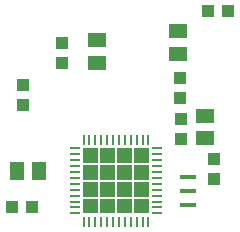
<source format=gbr>
G04 EAGLE Gerber RS-274X export*
G75*
%MOMM*%
%FSLAX34Y34*%
%LPD*%
%INSolderpaste Bottom*%
%IPPOS*%
%AMOC8*
5,1,8,0,0,1.08239X$1,22.5*%
G01*
%ADD10R,1.000000X1.100000*%
%ADD11R,1.500000X1.300000*%
%ADD12R,1.399997X0.400000*%
%ADD13R,1.100000X1.000000*%
%ADD14R,1.300000X1.500000*%
%ADD15R,0.812800X0.254000*%
%ADD16R,0.254000X0.812800*%

G36*
X330853Y310374D02*
X330853Y310374D01*
X330855Y310373D01*
X330898Y310393D01*
X330942Y310411D01*
X330942Y310413D01*
X330944Y310414D01*
X330977Y310499D01*
X330977Y322723D01*
X330976Y322725D01*
X330977Y322727D01*
X330957Y322770D01*
X330939Y322814D01*
X330937Y322814D01*
X330936Y322816D01*
X330851Y322849D01*
X318627Y322849D01*
X318625Y322848D01*
X318623Y322849D01*
X318580Y322829D01*
X318536Y322811D01*
X318536Y322809D01*
X318534Y322808D01*
X318501Y322723D01*
X318501Y310499D01*
X318502Y310497D01*
X318501Y310495D01*
X318521Y310452D01*
X318539Y310408D01*
X318541Y310408D01*
X318542Y310406D01*
X318627Y310373D01*
X330851Y310373D01*
X330853Y310374D01*
G37*
G36*
X359301Y310374D02*
X359301Y310374D01*
X359303Y310373D01*
X359346Y310393D01*
X359390Y310411D01*
X359390Y310413D01*
X359392Y310414D01*
X359425Y310499D01*
X359425Y322723D01*
X359424Y322725D01*
X359425Y322727D01*
X359405Y322770D01*
X359387Y322814D01*
X359385Y322814D01*
X359384Y322816D01*
X359299Y322849D01*
X347075Y322849D01*
X347073Y322848D01*
X347071Y322849D01*
X347028Y322829D01*
X346984Y322811D01*
X346984Y322809D01*
X346982Y322808D01*
X346949Y322723D01*
X346949Y310499D01*
X346950Y310497D01*
X346949Y310495D01*
X346969Y310452D01*
X346987Y310408D01*
X346989Y310408D01*
X346990Y310406D01*
X347075Y310373D01*
X359299Y310373D01*
X359301Y310374D01*
G37*
G36*
X345077Y310374D02*
X345077Y310374D01*
X345079Y310373D01*
X345122Y310393D01*
X345166Y310411D01*
X345166Y310413D01*
X345168Y310414D01*
X345201Y310499D01*
X345201Y322723D01*
X345200Y322725D01*
X345201Y322727D01*
X345181Y322770D01*
X345163Y322814D01*
X345161Y322814D01*
X345160Y322816D01*
X345075Y322849D01*
X332851Y322849D01*
X332849Y322848D01*
X332847Y322849D01*
X332804Y322829D01*
X332760Y322811D01*
X332760Y322809D01*
X332758Y322808D01*
X332725Y322723D01*
X332725Y310499D01*
X332726Y310497D01*
X332725Y310495D01*
X332745Y310452D01*
X332763Y310408D01*
X332765Y310408D01*
X332766Y310406D01*
X332851Y310373D01*
X345075Y310373D01*
X345077Y310374D01*
G37*
G36*
X373525Y310374D02*
X373525Y310374D01*
X373527Y310373D01*
X373570Y310393D01*
X373614Y310411D01*
X373614Y310413D01*
X373616Y310414D01*
X373649Y310499D01*
X373649Y322723D01*
X373648Y322725D01*
X373649Y322727D01*
X373629Y322770D01*
X373611Y322814D01*
X373609Y322814D01*
X373608Y322816D01*
X373523Y322849D01*
X361299Y322849D01*
X361297Y322848D01*
X361295Y322849D01*
X361252Y322829D01*
X361208Y322811D01*
X361208Y322809D01*
X361206Y322808D01*
X361173Y322723D01*
X361173Y310499D01*
X361174Y310497D01*
X361173Y310495D01*
X361193Y310452D01*
X361211Y310408D01*
X361213Y310408D01*
X361214Y310406D01*
X361299Y310373D01*
X373523Y310373D01*
X373525Y310374D01*
G37*
G36*
X359301Y296150D02*
X359301Y296150D01*
X359303Y296149D01*
X359346Y296169D01*
X359390Y296187D01*
X359390Y296189D01*
X359392Y296190D01*
X359425Y296275D01*
X359425Y308499D01*
X359424Y308501D01*
X359425Y308503D01*
X359405Y308546D01*
X359387Y308590D01*
X359385Y308590D01*
X359384Y308592D01*
X359299Y308625D01*
X347075Y308625D01*
X347073Y308624D01*
X347071Y308625D01*
X347028Y308605D01*
X346984Y308587D01*
X346984Y308585D01*
X346982Y308584D01*
X346949Y308499D01*
X346949Y296275D01*
X346950Y296273D01*
X346949Y296271D01*
X346969Y296228D01*
X346987Y296184D01*
X346989Y296184D01*
X346990Y296182D01*
X347075Y296149D01*
X359299Y296149D01*
X359301Y296150D01*
G37*
G36*
X330853Y296150D02*
X330853Y296150D01*
X330855Y296149D01*
X330898Y296169D01*
X330942Y296187D01*
X330942Y296189D01*
X330944Y296190D01*
X330977Y296275D01*
X330977Y308499D01*
X330976Y308501D01*
X330977Y308503D01*
X330957Y308546D01*
X330939Y308590D01*
X330937Y308590D01*
X330936Y308592D01*
X330851Y308625D01*
X318627Y308625D01*
X318625Y308624D01*
X318623Y308625D01*
X318580Y308605D01*
X318536Y308587D01*
X318536Y308585D01*
X318534Y308584D01*
X318501Y308499D01*
X318501Y296275D01*
X318502Y296273D01*
X318501Y296271D01*
X318521Y296228D01*
X318539Y296184D01*
X318541Y296184D01*
X318542Y296182D01*
X318627Y296149D01*
X330851Y296149D01*
X330853Y296150D01*
G37*
G36*
X345077Y296150D02*
X345077Y296150D01*
X345079Y296149D01*
X345122Y296169D01*
X345166Y296187D01*
X345166Y296189D01*
X345168Y296190D01*
X345201Y296275D01*
X345201Y308499D01*
X345200Y308501D01*
X345201Y308503D01*
X345181Y308546D01*
X345163Y308590D01*
X345161Y308590D01*
X345160Y308592D01*
X345075Y308625D01*
X332851Y308625D01*
X332849Y308624D01*
X332847Y308625D01*
X332804Y308605D01*
X332760Y308587D01*
X332760Y308585D01*
X332758Y308584D01*
X332725Y308499D01*
X332725Y296275D01*
X332726Y296273D01*
X332725Y296271D01*
X332745Y296228D01*
X332763Y296184D01*
X332765Y296184D01*
X332766Y296182D01*
X332851Y296149D01*
X345075Y296149D01*
X345077Y296150D01*
G37*
G36*
X373525Y296150D02*
X373525Y296150D01*
X373527Y296149D01*
X373570Y296169D01*
X373614Y296187D01*
X373614Y296189D01*
X373616Y296190D01*
X373649Y296275D01*
X373649Y308499D01*
X373648Y308501D01*
X373649Y308503D01*
X373629Y308546D01*
X373611Y308590D01*
X373609Y308590D01*
X373608Y308592D01*
X373523Y308625D01*
X361299Y308625D01*
X361297Y308624D01*
X361295Y308625D01*
X361252Y308605D01*
X361208Y308587D01*
X361208Y308585D01*
X361206Y308584D01*
X361173Y308499D01*
X361173Y296275D01*
X361174Y296273D01*
X361173Y296271D01*
X361193Y296228D01*
X361211Y296184D01*
X361213Y296184D01*
X361214Y296182D01*
X361299Y296149D01*
X373523Y296149D01*
X373525Y296150D01*
G37*
G36*
X330853Y281926D02*
X330853Y281926D01*
X330855Y281925D01*
X330898Y281945D01*
X330942Y281963D01*
X330942Y281965D01*
X330944Y281966D01*
X330977Y282051D01*
X330977Y294275D01*
X330976Y294277D01*
X330977Y294279D01*
X330957Y294322D01*
X330939Y294366D01*
X330937Y294366D01*
X330936Y294368D01*
X330851Y294401D01*
X318627Y294401D01*
X318625Y294400D01*
X318623Y294401D01*
X318580Y294381D01*
X318536Y294363D01*
X318536Y294361D01*
X318534Y294360D01*
X318501Y294275D01*
X318501Y282051D01*
X318502Y282049D01*
X318501Y282047D01*
X318521Y282004D01*
X318539Y281960D01*
X318541Y281960D01*
X318542Y281958D01*
X318627Y281925D01*
X330851Y281925D01*
X330853Y281926D01*
G37*
G36*
X359301Y281926D02*
X359301Y281926D01*
X359303Y281925D01*
X359346Y281945D01*
X359390Y281963D01*
X359390Y281965D01*
X359392Y281966D01*
X359425Y282051D01*
X359425Y294275D01*
X359424Y294277D01*
X359425Y294279D01*
X359405Y294322D01*
X359387Y294366D01*
X359385Y294366D01*
X359384Y294368D01*
X359299Y294401D01*
X347075Y294401D01*
X347073Y294400D01*
X347071Y294401D01*
X347028Y294381D01*
X346984Y294363D01*
X346984Y294361D01*
X346982Y294360D01*
X346949Y294275D01*
X346949Y282051D01*
X346950Y282049D01*
X346949Y282047D01*
X346969Y282004D01*
X346987Y281960D01*
X346989Y281960D01*
X346990Y281958D01*
X347075Y281925D01*
X359299Y281925D01*
X359301Y281926D01*
G37*
G36*
X345077Y281926D02*
X345077Y281926D01*
X345079Y281925D01*
X345122Y281945D01*
X345166Y281963D01*
X345166Y281965D01*
X345168Y281966D01*
X345201Y282051D01*
X345201Y294275D01*
X345200Y294277D01*
X345201Y294279D01*
X345181Y294322D01*
X345163Y294366D01*
X345161Y294366D01*
X345160Y294368D01*
X345075Y294401D01*
X332851Y294401D01*
X332849Y294400D01*
X332847Y294401D01*
X332804Y294381D01*
X332760Y294363D01*
X332760Y294361D01*
X332758Y294360D01*
X332725Y294275D01*
X332725Y282051D01*
X332726Y282049D01*
X332725Y282047D01*
X332745Y282004D01*
X332763Y281960D01*
X332765Y281960D01*
X332766Y281958D01*
X332851Y281925D01*
X345075Y281925D01*
X345077Y281926D01*
G37*
G36*
X373525Y281926D02*
X373525Y281926D01*
X373527Y281925D01*
X373570Y281945D01*
X373614Y281963D01*
X373614Y281965D01*
X373616Y281966D01*
X373649Y282051D01*
X373649Y294275D01*
X373648Y294277D01*
X373649Y294279D01*
X373629Y294322D01*
X373611Y294366D01*
X373609Y294366D01*
X373608Y294368D01*
X373523Y294401D01*
X361299Y294401D01*
X361297Y294400D01*
X361295Y294401D01*
X361252Y294381D01*
X361208Y294363D01*
X361208Y294361D01*
X361206Y294360D01*
X361173Y294275D01*
X361173Y282051D01*
X361174Y282049D01*
X361173Y282047D01*
X361193Y282004D01*
X361211Y281960D01*
X361213Y281960D01*
X361214Y281958D01*
X361299Y281925D01*
X373523Y281925D01*
X373525Y281926D01*
G37*
G36*
X345077Y267702D02*
X345077Y267702D01*
X345079Y267701D01*
X345122Y267721D01*
X345166Y267739D01*
X345166Y267741D01*
X345168Y267742D01*
X345201Y267827D01*
X345201Y280051D01*
X345200Y280053D01*
X345201Y280055D01*
X345181Y280098D01*
X345163Y280142D01*
X345161Y280142D01*
X345160Y280144D01*
X345075Y280177D01*
X332851Y280177D01*
X332849Y280176D01*
X332847Y280177D01*
X332804Y280157D01*
X332760Y280139D01*
X332760Y280137D01*
X332758Y280136D01*
X332725Y280051D01*
X332725Y267827D01*
X332726Y267825D01*
X332725Y267823D01*
X332745Y267780D01*
X332763Y267736D01*
X332765Y267736D01*
X332766Y267734D01*
X332851Y267701D01*
X345075Y267701D01*
X345077Y267702D01*
G37*
G36*
X359301Y267702D02*
X359301Y267702D01*
X359303Y267701D01*
X359346Y267721D01*
X359390Y267739D01*
X359390Y267741D01*
X359392Y267742D01*
X359425Y267827D01*
X359425Y280051D01*
X359424Y280053D01*
X359425Y280055D01*
X359405Y280098D01*
X359387Y280142D01*
X359385Y280142D01*
X359384Y280144D01*
X359299Y280177D01*
X347075Y280177D01*
X347073Y280176D01*
X347071Y280177D01*
X347028Y280157D01*
X346984Y280139D01*
X346984Y280137D01*
X346982Y280136D01*
X346949Y280051D01*
X346949Y267827D01*
X346950Y267825D01*
X346949Y267823D01*
X346969Y267780D01*
X346987Y267736D01*
X346989Y267736D01*
X346990Y267734D01*
X347075Y267701D01*
X359299Y267701D01*
X359301Y267702D01*
G37*
G36*
X373525Y267702D02*
X373525Y267702D01*
X373527Y267701D01*
X373570Y267721D01*
X373614Y267739D01*
X373614Y267741D01*
X373616Y267742D01*
X373649Y267827D01*
X373649Y280051D01*
X373648Y280053D01*
X373649Y280055D01*
X373629Y280098D01*
X373611Y280142D01*
X373609Y280142D01*
X373608Y280144D01*
X373523Y280177D01*
X361299Y280177D01*
X361297Y280176D01*
X361295Y280177D01*
X361252Y280157D01*
X361208Y280139D01*
X361208Y280137D01*
X361206Y280136D01*
X361173Y280051D01*
X361173Y267827D01*
X361174Y267825D01*
X361173Y267823D01*
X361193Y267780D01*
X361211Y267736D01*
X361213Y267736D01*
X361214Y267734D01*
X361299Y267701D01*
X373523Y267701D01*
X373525Y267702D01*
G37*
G36*
X330853Y267702D02*
X330853Y267702D01*
X330855Y267701D01*
X330898Y267721D01*
X330942Y267739D01*
X330942Y267741D01*
X330944Y267742D01*
X330977Y267827D01*
X330977Y280051D01*
X330976Y280053D01*
X330977Y280055D01*
X330957Y280098D01*
X330939Y280142D01*
X330937Y280142D01*
X330936Y280144D01*
X330851Y280177D01*
X318627Y280177D01*
X318625Y280176D01*
X318623Y280177D01*
X318580Y280157D01*
X318536Y280139D01*
X318536Y280137D01*
X318534Y280136D01*
X318501Y280051D01*
X318501Y267827D01*
X318502Y267825D01*
X318501Y267823D01*
X318521Y267780D01*
X318539Y267736D01*
X318541Y267736D01*
X318542Y267734D01*
X318627Y267701D01*
X330851Y267701D01*
X330853Y267702D01*
G37*
D10*
X400368Y382198D03*
X400368Y365198D03*
D11*
X398780Y421933D03*
X398780Y402933D03*
D12*
X407353Y274703D03*
X407353Y286703D03*
X407353Y298702D03*
D13*
X440618Y438785D03*
X423618Y438785D03*
D10*
X401320Y330590D03*
X401320Y347590D03*
D13*
X267653Y359483D03*
X267653Y376483D03*
D11*
X421640Y350495D03*
X421640Y331495D03*
D13*
X428943Y296935D03*
X428943Y313935D03*
X258200Y273050D03*
X275200Y273050D03*
D14*
X280963Y303213D03*
X261963Y303213D03*
D11*
X330200Y395313D03*
X330200Y414313D03*
D10*
X300038Y411725D03*
X300038Y394725D03*
D15*
X380619Y322782D03*
X380619Y317781D03*
X380619Y312779D03*
X380619Y307778D03*
X380619Y302777D03*
X380619Y297776D03*
X380619Y292774D03*
X380619Y287773D03*
X380619Y282772D03*
X380619Y277771D03*
X380619Y272769D03*
X380619Y267768D03*
D16*
X373582Y260731D03*
X368581Y260731D03*
X363579Y260731D03*
X358578Y260731D03*
X353577Y260731D03*
X348576Y260731D03*
X343574Y260731D03*
X338573Y260731D03*
X333572Y260731D03*
X328571Y260731D03*
X323569Y260731D03*
X318568Y260731D03*
D15*
X311531Y267768D03*
X311531Y272769D03*
X311531Y277771D03*
X311531Y282772D03*
X311531Y287773D03*
X311531Y292774D03*
X311531Y297776D03*
X311531Y302777D03*
X311531Y307778D03*
X311531Y312779D03*
X311531Y317781D03*
X311531Y322782D03*
D16*
X318568Y329819D03*
X323569Y329819D03*
X328571Y329819D03*
X333572Y329819D03*
X338573Y329819D03*
X343574Y329819D03*
X348576Y329819D03*
X353577Y329819D03*
X358578Y329819D03*
X363579Y329819D03*
X368581Y329819D03*
X373582Y329819D03*
M02*

</source>
